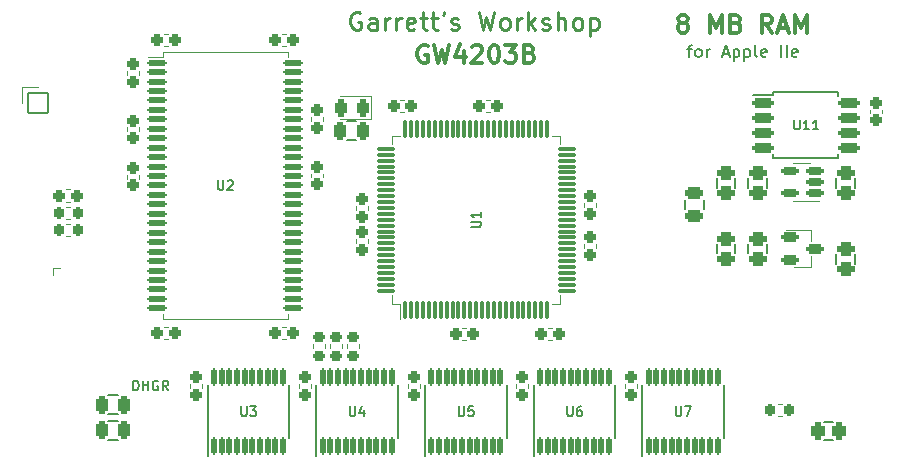
<source format=gto>
G04 #@! TF.GenerationSoftware,KiCad,Pcbnew,7.0.1-0*
G04 #@! TF.CreationDate,2023-09-21T07:21:14-04:00*
G04 #@! TF.ProjectId,RAM2E,52414d32-452e-46b6-9963-61645f706362,2.0*
G04 #@! TF.SameCoordinates,Original*
G04 #@! TF.FileFunction,Legend,Top*
G04 #@! TF.FilePolarity,Positive*
%FSLAX46Y46*%
G04 Gerber Fmt 4.6, Leading zero omitted, Abs format (unit mm)*
G04 Created by KiCad (PCBNEW 7.0.1-0) date 2023-09-21 07:21:14*
%MOMM*%
%LPD*%
G01*
G04 APERTURE LIST*
G04 Aperture macros list*
%AMRoundRect*
0 Rectangle with rounded corners*
0 $1 Rounding radius*
0 $2 $3 $4 $5 $6 $7 $8 $9 X,Y pos of 4 corners*
0 Add a 4 corners polygon primitive as box body*
4,1,4,$2,$3,$4,$5,$6,$7,$8,$9,$2,$3,0*
0 Add four circle primitives for the rounded corners*
1,1,$1+$1,$2,$3*
1,1,$1+$1,$4,$5*
1,1,$1+$1,$6,$7*
1,1,$1+$1,$8,$9*
0 Add four rect primitives between the rounded corners*
20,1,$1+$1,$2,$3,$4,$5,0*
20,1,$1+$1,$4,$5,$6,$7,0*
20,1,$1+$1,$6,$7,$8,$9,0*
20,1,$1+$1,$8,$9,$2,$3,0*%
G04 Aperture macros list end*
%ADD10C,0.300000*%
%ADD11C,0.203200*%
%ADD12C,0.225000*%
%ADD13C,0.150000*%
%ADD14C,0.120000*%
%ADD15C,0.152400*%
%ADD16C,0.000000*%
%ADD17C,0.076200*%
%ADD18C,2.000000*%
%ADD19RoundRect,0.136500X0.112500X-0.612500X0.112500X0.612500X-0.112500X0.612500X-0.112500X-0.612500X0*%
%ADD20RoundRect,0.262500X-0.262500X0.212500X-0.262500X-0.212500X0.262500X-0.212500X0.262500X0.212500X0*%
%ADD21RoundRect,0.431000X0.381000X3.289000X-0.381000X3.289000X-0.381000X-3.289000X0.381000X-3.289000X0*%
%ADD22RoundRect,0.262500X0.262500X-0.212500X0.262500X0.212500X-0.262500X0.212500X-0.262500X-0.212500X0*%
%ADD23RoundRect,0.164500X-0.640500X-0.114500X0.640500X-0.114500X0.640500X0.114500X-0.640500X0.114500X0*%
%ADD24C,2.100000*%
%ADD25RoundRect,0.312500X0.262500X0.437500X-0.262500X0.437500X-0.262500X-0.437500X0.262500X-0.437500X0*%
%ADD26RoundRect,0.312500X-0.437500X0.262500X-0.437500X-0.262500X0.437500X-0.262500X0.437500X0.262500X0*%
%ADD27RoundRect,0.262500X-0.212500X-0.262500X0.212500X-0.262500X0.212500X0.262500X-0.212500X0.262500X0*%
%ADD28C,2.474900*%
%ADD29C,1.090600*%
%ADD30C,0.887400*%
%ADD31RoundRect,0.262500X-0.212500X-0.487500X0.212500X-0.487500X0.212500X0.487500X-0.212500X0.487500X0*%
%ADD32C,1.448000*%
%ADD33RoundRect,0.312500X0.437500X-0.262500X0.437500X0.262500X-0.437500X0.262500X-0.437500X-0.262500X0*%
%ADD34RoundRect,0.250000X-0.475000X-0.200000X0.475000X-0.200000X0.475000X0.200000X-0.475000X0.200000X0*%
%ADD35RoundRect,0.212500X0.512500X0.162500X-0.512500X0.162500X-0.512500X-0.162500X0.512500X-0.162500X0*%
%ADD36RoundRect,0.262500X0.487500X-0.212500X0.487500X0.212500X-0.487500X0.212500X-0.487500X-0.212500X0*%
%ADD37RoundRect,0.225000X-0.300000X0.175000X-0.300000X-0.175000X0.300000X-0.175000X0.300000X0.175000X0*%
%ADD38RoundRect,0.050000X-0.850000X-0.850000X0.850000X-0.850000X0.850000X0.850000X-0.850000X0.850000X0*%
%ADD39O,1.800000X1.800000*%
%ADD40RoundRect,0.225000X-0.175000X-0.300000X0.175000X-0.300000X0.175000X0.300000X-0.175000X0.300000X0*%
%ADD41RoundRect,0.099000X0.075000X-0.662500X0.075000X0.662500X-0.075000X0.662500X-0.075000X-0.662500X0*%
%ADD42RoundRect,0.099000X0.662500X-0.075000X0.662500X0.075000X-0.662500X0.075000X-0.662500X-0.075000X0*%
%ADD43RoundRect,0.262500X0.212500X0.262500X-0.212500X0.262500X-0.212500X-0.262500X0.212500X-0.262500X0*%
%ADD44RoundRect,0.293750X0.243750X0.456250X-0.243750X0.456250X-0.243750X-0.456250X0.243750X-0.456250X0*%
%ADD45RoundRect,0.225000X0.175000X0.300000X-0.175000X0.300000X-0.175000X-0.300000X0.175000X-0.300000X0*%
%ADD46RoundRect,0.225000X-0.675000X-0.175000X0.675000X-0.175000X0.675000X0.175000X-0.675000X0.175000X0*%
G04 APERTURE END LIST*
D10*
X238998000Y-94054928D02*
X238998000Y-95054928D01*
X238640857Y-93483500D02*
X238283714Y-94554928D01*
X238283714Y-94554928D02*
X239212285Y-94554928D01*
X239712285Y-93697785D02*
X239783713Y-93626357D01*
X239783713Y-93626357D02*
X239926571Y-93554928D01*
X239926571Y-93554928D02*
X240283713Y-93554928D01*
X240283713Y-93554928D02*
X240426571Y-93626357D01*
X240426571Y-93626357D02*
X240497999Y-93697785D01*
X240497999Y-93697785D02*
X240569428Y-93840642D01*
X240569428Y-93840642D02*
X240569428Y-93983500D01*
X240569428Y-93983500D02*
X240497999Y-94197785D01*
X240497999Y-94197785D02*
X239640856Y-95054928D01*
X239640856Y-95054928D02*
X240569428Y-95054928D01*
X241497999Y-93554928D02*
X241640856Y-93554928D01*
X241640856Y-93554928D02*
X241783713Y-93626357D01*
X241783713Y-93626357D02*
X241855142Y-93697785D01*
X241855142Y-93697785D02*
X241926570Y-93840642D01*
X241926570Y-93840642D02*
X241997999Y-94126357D01*
X241997999Y-94126357D02*
X241997999Y-94483500D01*
X241997999Y-94483500D02*
X241926570Y-94769214D01*
X241926570Y-94769214D02*
X241855142Y-94912071D01*
X241855142Y-94912071D02*
X241783713Y-94983500D01*
X241783713Y-94983500D02*
X241640856Y-95054928D01*
X241640856Y-95054928D02*
X241497999Y-95054928D01*
X241497999Y-95054928D02*
X241355142Y-94983500D01*
X241355142Y-94983500D02*
X241283713Y-94912071D01*
X241283713Y-94912071D02*
X241212284Y-94769214D01*
X241212284Y-94769214D02*
X241140856Y-94483500D01*
X241140856Y-94483500D02*
X241140856Y-94126357D01*
X241140856Y-94126357D02*
X241212284Y-93840642D01*
X241212284Y-93840642D02*
X241283713Y-93697785D01*
X241283713Y-93697785D02*
X241355142Y-93626357D01*
X241355142Y-93626357D02*
X241497999Y-93554928D01*
X242497998Y-93554928D02*
X243426570Y-93554928D01*
X243426570Y-93554928D02*
X242926570Y-94126357D01*
X242926570Y-94126357D02*
X243140855Y-94126357D01*
X243140855Y-94126357D02*
X243283713Y-94197785D01*
X243283713Y-94197785D02*
X243355141Y-94269214D01*
X243355141Y-94269214D02*
X243426570Y-94412071D01*
X243426570Y-94412071D02*
X243426570Y-94769214D01*
X243426570Y-94769214D02*
X243355141Y-94912071D01*
X243355141Y-94912071D02*
X243283713Y-94983500D01*
X243283713Y-94983500D02*
X243140855Y-95054928D01*
X243140855Y-95054928D02*
X242712284Y-95054928D01*
X242712284Y-95054928D02*
X242569427Y-94983500D01*
X242569427Y-94983500D02*
X242497998Y-94912071D01*
X244569426Y-94269214D02*
X244783712Y-94340642D01*
X244783712Y-94340642D02*
X244855141Y-94412071D01*
X244855141Y-94412071D02*
X244926569Y-94554928D01*
X244926569Y-94554928D02*
X244926569Y-94769214D01*
X244926569Y-94769214D02*
X244855141Y-94912071D01*
X244855141Y-94912071D02*
X244783712Y-94983500D01*
X244783712Y-94983500D02*
X244640855Y-95054928D01*
X244640855Y-95054928D02*
X244069426Y-95054928D01*
X244069426Y-95054928D02*
X244069426Y-93554928D01*
X244069426Y-93554928D02*
X244569426Y-93554928D01*
X244569426Y-93554928D02*
X244712284Y-93626357D01*
X244712284Y-93626357D02*
X244783712Y-93697785D01*
X244783712Y-93697785D02*
X244855141Y-93840642D01*
X244855141Y-93840642D02*
X244855141Y-93983500D01*
X244855141Y-93983500D02*
X244783712Y-94126357D01*
X244783712Y-94126357D02*
X244712284Y-94197785D01*
X244712284Y-94197785D02*
X244569426Y-94269214D01*
X244569426Y-94269214D02*
X244069426Y-94269214D01*
X235926571Y-93626357D02*
X235783714Y-93554928D01*
X235783714Y-93554928D02*
X235569428Y-93554928D01*
X235569428Y-93554928D02*
X235355142Y-93626357D01*
X235355142Y-93626357D02*
X235212285Y-93769214D01*
X235212285Y-93769214D02*
X235140856Y-93912071D01*
X235140856Y-93912071D02*
X235069428Y-94197785D01*
X235069428Y-94197785D02*
X235069428Y-94412071D01*
X235069428Y-94412071D02*
X235140856Y-94697785D01*
X235140856Y-94697785D02*
X235212285Y-94840642D01*
X235212285Y-94840642D02*
X235355142Y-94983500D01*
X235355142Y-94983500D02*
X235569428Y-95054928D01*
X235569428Y-95054928D02*
X235712285Y-95054928D01*
X235712285Y-95054928D02*
X235926571Y-94983500D01*
X235926571Y-94983500D02*
X235997999Y-94912071D01*
X235997999Y-94912071D02*
X235997999Y-94412071D01*
X235997999Y-94412071D02*
X235712285Y-94412071D01*
X236497999Y-93554928D02*
X236855142Y-95054928D01*
X236855142Y-95054928D02*
X237140856Y-93983500D01*
X237140856Y-93983500D02*
X237426571Y-95054928D01*
X237426571Y-95054928D02*
X237783714Y-93554928D01*
X257410857Y-91655174D02*
X257265714Y-91582602D01*
X257265714Y-91582602D02*
X257193143Y-91510031D01*
X257193143Y-91510031D02*
X257120571Y-91364888D01*
X257120571Y-91364888D02*
X257120571Y-91292317D01*
X257120571Y-91292317D02*
X257193143Y-91147174D01*
X257193143Y-91147174D02*
X257265714Y-91074602D01*
X257265714Y-91074602D02*
X257410857Y-91002031D01*
X257410857Y-91002031D02*
X257701143Y-91002031D01*
X257701143Y-91002031D02*
X257846286Y-91074602D01*
X257846286Y-91074602D02*
X257918857Y-91147174D01*
X257918857Y-91147174D02*
X257991428Y-91292317D01*
X257991428Y-91292317D02*
X257991428Y-91364888D01*
X257991428Y-91364888D02*
X257918857Y-91510031D01*
X257918857Y-91510031D02*
X257846286Y-91582602D01*
X257846286Y-91582602D02*
X257701143Y-91655174D01*
X257701143Y-91655174D02*
X257410857Y-91655174D01*
X257410857Y-91655174D02*
X257265714Y-91727745D01*
X257265714Y-91727745D02*
X257193143Y-91800317D01*
X257193143Y-91800317D02*
X257120571Y-91945460D01*
X257120571Y-91945460D02*
X257120571Y-92235745D01*
X257120571Y-92235745D02*
X257193143Y-92380888D01*
X257193143Y-92380888D02*
X257265714Y-92453460D01*
X257265714Y-92453460D02*
X257410857Y-92526031D01*
X257410857Y-92526031D02*
X257701143Y-92526031D01*
X257701143Y-92526031D02*
X257846286Y-92453460D01*
X257846286Y-92453460D02*
X257918857Y-92380888D01*
X257918857Y-92380888D02*
X257991428Y-92235745D01*
X257991428Y-92235745D02*
X257991428Y-91945460D01*
X257991428Y-91945460D02*
X257918857Y-91800317D01*
X257918857Y-91800317D02*
X257846286Y-91727745D01*
X257846286Y-91727745D02*
X257701143Y-91655174D01*
X259805715Y-92526031D02*
X259805715Y-91002031D01*
X259805715Y-91002031D02*
X260313715Y-92090602D01*
X260313715Y-92090602D02*
X260821715Y-91002031D01*
X260821715Y-91002031D02*
X260821715Y-92526031D01*
X262055429Y-91727745D02*
X262273143Y-91800317D01*
X262273143Y-91800317D02*
X262345714Y-91872888D01*
X262345714Y-91872888D02*
X262418286Y-92018031D01*
X262418286Y-92018031D02*
X262418286Y-92235745D01*
X262418286Y-92235745D02*
X262345714Y-92380888D01*
X262345714Y-92380888D02*
X262273143Y-92453460D01*
X262273143Y-92453460D02*
X262128000Y-92526031D01*
X262128000Y-92526031D02*
X261547429Y-92526031D01*
X261547429Y-92526031D02*
X261547429Y-91002031D01*
X261547429Y-91002031D02*
X262055429Y-91002031D01*
X262055429Y-91002031D02*
X262200572Y-91074602D01*
X262200572Y-91074602D02*
X262273143Y-91147174D01*
X262273143Y-91147174D02*
X262345714Y-91292317D01*
X262345714Y-91292317D02*
X262345714Y-91437460D01*
X262345714Y-91437460D02*
X262273143Y-91582602D01*
X262273143Y-91582602D02*
X262200572Y-91655174D01*
X262200572Y-91655174D02*
X262055429Y-91727745D01*
X262055429Y-91727745D02*
X261547429Y-91727745D01*
X265103429Y-92526031D02*
X264595429Y-91800317D01*
X264232572Y-92526031D02*
X264232572Y-91002031D01*
X264232572Y-91002031D02*
X264813143Y-91002031D01*
X264813143Y-91002031D02*
X264958286Y-91074602D01*
X264958286Y-91074602D02*
X265030857Y-91147174D01*
X265030857Y-91147174D02*
X265103429Y-91292317D01*
X265103429Y-91292317D02*
X265103429Y-91510031D01*
X265103429Y-91510031D02*
X265030857Y-91655174D01*
X265030857Y-91655174D02*
X264958286Y-91727745D01*
X264958286Y-91727745D02*
X264813143Y-91800317D01*
X264813143Y-91800317D02*
X264232572Y-91800317D01*
X265684000Y-92090602D02*
X266409715Y-92090602D01*
X265538857Y-92526031D02*
X266046857Y-91002031D01*
X266046857Y-91002031D02*
X266554857Y-92526031D01*
X267062858Y-92526031D02*
X267062858Y-91002031D01*
X267062858Y-91002031D02*
X267570858Y-92090602D01*
X267570858Y-92090602D02*
X268078858Y-91002031D01*
X268078858Y-91002031D02*
X268078858Y-92526031D01*
D11*
X211019571Y-122804016D02*
X211019571Y-121991216D01*
X211019571Y-121991216D02*
X211213095Y-121991216D01*
X211213095Y-121991216D02*
X211329209Y-122029921D01*
X211329209Y-122029921D02*
X211406619Y-122107331D01*
X211406619Y-122107331D02*
X211445324Y-122184740D01*
X211445324Y-122184740D02*
X211484028Y-122339559D01*
X211484028Y-122339559D02*
X211484028Y-122455673D01*
X211484028Y-122455673D02*
X211445324Y-122610492D01*
X211445324Y-122610492D02*
X211406619Y-122687902D01*
X211406619Y-122687902D02*
X211329209Y-122765312D01*
X211329209Y-122765312D02*
X211213095Y-122804016D01*
X211213095Y-122804016D02*
X211019571Y-122804016D01*
X211832371Y-122804016D02*
X211832371Y-121991216D01*
X211832371Y-122378264D02*
X212296828Y-122378264D01*
X212296828Y-122804016D02*
X212296828Y-121991216D01*
X213109629Y-122029921D02*
X213032219Y-121991216D01*
X213032219Y-121991216D02*
X212916105Y-121991216D01*
X212916105Y-121991216D02*
X212799991Y-122029921D01*
X212799991Y-122029921D02*
X212722581Y-122107331D01*
X212722581Y-122107331D02*
X212683876Y-122184740D01*
X212683876Y-122184740D02*
X212645172Y-122339559D01*
X212645172Y-122339559D02*
X212645172Y-122455673D01*
X212645172Y-122455673D02*
X212683876Y-122610492D01*
X212683876Y-122610492D02*
X212722581Y-122687902D01*
X212722581Y-122687902D02*
X212799991Y-122765312D01*
X212799991Y-122765312D02*
X212916105Y-122804016D01*
X212916105Y-122804016D02*
X212993514Y-122804016D01*
X212993514Y-122804016D02*
X213109629Y-122765312D01*
X213109629Y-122765312D02*
X213148333Y-122726607D01*
X213148333Y-122726607D02*
X213148333Y-122455673D01*
X213148333Y-122455673D02*
X212993514Y-122455673D01*
X213961133Y-122804016D02*
X213690200Y-122416969D01*
X213496676Y-122804016D02*
X213496676Y-121991216D01*
X213496676Y-121991216D02*
X213806314Y-121991216D01*
X213806314Y-121991216D02*
X213883724Y-122029921D01*
X213883724Y-122029921D02*
X213922429Y-122068626D01*
X213922429Y-122068626D02*
X213961133Y-122146035D01*
X213961133Y-122146035D02*
X213961133Y-122262150D01*
X213961133Y-122262150D02*
X213922429Y-122339559D01*
X213922429Y-122339559D02*
X213883724Y-122378264D01*
X213883724Y-122378264D02*
X213806314Y-122416969D01*
X213806314Y-122416969D02*
X213496676Y-122416969D01*
D12*
X230251000Y-90820602D02*
X230105858Y-90748031D01*
X230105858Y-90748031D02*
X229888143Y-90748031D01*
X229888143Y-90748031D02*
X229670429Y-90820602D01*
X229670429Y-90820602D02*
X229525286Y-90965745D01*
X229525286Y-90965745D02*
X229452715Y-91110888D01*
X229452715Y-91110888D02*
X229380143Y-91401174D01*
X229380143Y-91401174D02*
X229380143Y-91618888D01*
X229380143Y-91618888D02*
X229452715Y-91909174D01*
X229452715Y-91909174D02*
X229525286Y-92054317D01*
X229525286Y-92054317D02*
X229670429Y-92199460D01*
X229670429Y-92199460D02*
X229888143Y-92272031D01*
X229888143Y-92272031D02*
X230033286Y-92272031D01*
X230033286Y-92272031D02*
X230251000Y-92199460D01*
X230251000Y-92199460D02*
X230323572Y-92126888D01*
X230323572Y-92126888D02*
X230323572Y-91618888D01*
X230323572Y-91618888D02*
X230033286Y-91618888D01*
X231629858Y-92272031D02*
X231629858Y-91473745D01*
X231629858Y-91473745D02*
X231557286Y-91328602D01*
X231557286Y-91328602D02*
X231412143Y-91256031D01*
X231412143Y-91256031D02*
X231121858Y-91256031D01*
X231121858Y-91256031D02*
X230976715Y-91328602D01*
X231629858Y-92199460D02*
X231484715Y-92272031D01*
X231484715Y-92272031D02*
X231121858Y-92272031D01*
X231121858Y-92272031D02*
X230976715Y-92199460D01*
X230976715Y-92199460D02*
X230904143Y-92054317D01*
X230904143Y-92054317D02*
X230904143Y-91909174D01*
X230904143Y-91909174D02*
X230976715Y-91764031D01*
X230976715Y-91764031D02*
X231121858Y-91691460D01*
X231121858Y-91691460D02*
X231484715Y-91691460D01*
X231484715Y-91691460D02*
X231629858Y-91618888D01*
X232355572Y-92272031D02*
X232355572Y-91256031D01*
X232355572Y-91546317D02*
X232428143Y-91401174D01*
X232428143Y-91401174D02*
X232500715Y-91328602D01*
X232500715Y-91328602D02*
X232645857Y-91256031D01*
X232645857Y-91256031D02*
X232791000Y-91256031D01*
X233299001Y-92272031D02*
X233299001Y-91256031D01*
X233299001Y-91546317D02*
X233371572Y-91401174D01*
X233371572Y-91401174D02*
X233444144Y-91328602D01*
X233444144Y-91328602D02*
X233589286Y-91256031D01*
X233589286Y-91256031D02*
X233734429Y-91256031D01*
X234823001Y-92199460D02*
X234677858Y-92272031D01*
X234677858Y-92272031D02*
X234387573Y-92272031D01*
X234387573Y-92272031D02*
X234242430Y-92199460D01*
X234242430Y-92199460D02*
X234169858Y-92054317D01*
X234169858Y-92054317D02*
X234169858Y-91473745D01*
X234169858Y-91473745D02*
X234242430Y-91328602D01*
X234242430Y-91328602D02*
X234387573Y-91256031D01*
X234387573Y-91256031D02*
X234677858Y-91256031D01*
X234677858Y-91256031D02*
X234823001Y-91328602D01*
X234823001Y-91328602D02*
X234895573Y-91473745D01*
X234895573Y-91473745D02*
X234895573Y-91618888D01*
X234895573Y-91618888D02*
X234169858Y-91764031D01*
X235331001Y-91256031D02*
X235911573Y-91256031D01*
X235548716Y-90748031D02*
X235548716Y-92054317D01*
X235548716Y-92054317D02*
X235621287Y-92199460D01*
X235621287Y-92199460D02*
X235766430Y-92272031D01*
X235766430Y-92272031D02*
X235911573Y-92272031D01*
X236201858Y-91256031D02*
X236782430Y-91256031D01*
X236419573Y-90748031D02*
X236419573Y-92054317D01*
X236419573Y-92054317D02*
X236492144Y-92199460D01*
X236492144Y-92199460D02*
X236637287Y-92272031D01*
X236637287Y-92272031D02*
X236782430Y-92272031D01*
X237363001Y-90748031D02*
X237363001Y-90820602D01*
X237363001Y-90820602D02*
X237290430Y-90965745D01*
X237290430Y-90965745D02*
X237217858Y-91038317D01*
X237943572Y-92199460D02*
X238088715Y-92272031D01*
X238088715Y-92272031D02*
X238379001Y-92272031D01*
X238379001Y-92272031D02*
X238524144Y-92199460D01*
X238524144Y-92199460D02*
X238596715Y-92054317D01*
X238596715Y-92054317D02*
X238596715Y-91981745D01*
X238596715Y-91981745D02*
X238524144Y-91836602D01*
X238524144Y-91836602D02*
X238379001Y-91764031D01*
X238379001Y-91764031D02*
X238161287Y-91764031D01*
X238161287Y-91764031D02*
X238016144Y-91691460D01*
X238016144Y-91691460D02*
X237943572Y-91546317D01*
X237943572Y-91546317D02*
X237943572Y-91473745D01*
X237943572Y-91473745D02*
X238016144Y-91328602D01*
X238016144Y-91328602D02*
X238161287Y-91256031D01*
X238161287Y-91256031D02*
X238379001Y-91256031D01*
X238379001Y-91256031D02*
X238524144Y-91328602D01*
X240265858Y-90748031D02*
X240628715Y-92272031D01*
X240628715Y-92272031D02*
X240919001Y-91183460D01*
X240919001Y-91183460D02*
X241209286Y-92272031D01*
X241209286Y-92272031D02*
X241572144Y-90748031D01*
X242370429Y-92272031D02*
X242225286Y-92199460D01*
X242225286Y-92199460D02*
X242152715Y-92126888D01*
X242152715Y-92126888D02*
X242080143Y-91981745D01*
X242080143Y-91981745D02*
X242080143Y-91546317D01*
X242080143Y-91546317D02*
X242152715Y-91401174D01*
X242152715Y-91401174D02*
X242225286Y-91328602D01*
X242225286Y-91328602D02*
X242370429Y-91256031D01*
X242370429Y-91256031D02*
X242588143Y-91256031D01*
X242588143Y-91256031D02*
X242733286Y-91328602D01*
X242733286Y-91328602D02*
X242805858Y-91401174D01*
X242805858Y-91401174D02*
X242878429Y-91546317D01*
X242878429Y-91546317D02*
X242878429Y-91981745D01*
X242878429Y-91981745D02*
X242805858Y-92126888D01*
X242805858Y-92126888D02*
X242733286Y-92199460D01*
X242733286Y-92199460D02*
X242588143Y-92272031D01*
X242588143Y-92272031D02*
X242370429Y-92272031D01*
X243531572Y-92272031D02*
X243531572Y-91256031D01*
X243531572Y-91546317D02*
X243604143Y-91401174D01*
X243604143Y-91401174D02*
X243676715Y-91328602D01*
X243676715Y-91328602D02*
X243821857Y-91256031D01*
X243821857Y-91256031D02*
X243967000Y-91256031D01*
X244475001Y-92272031D02*
X244475001Y-90748031D01*
X244620144Y-91691460D02*
X245055572Y-92272031D01*
X245055572Y-91256031D02*
X244475001Y-91836602D01*
X245636143Y-92199460D02*
X245781286Y-92272031D01*
X245781286Y-92272031D02*
X246071572Y-92272031D01*
X246071572Y-92272031D02*
X246216715Y-92199460D01*
X246216715Y-92199460D02*
X246289286Y-92054317D01*
X246289286Y-92054317D02*
X246289286Y-91981745D01*
X246289286Y-91981745D02*
X246216715Y-91836602D01*
X246216715Y-91836602D02*
X246071572Y-91764031D01*
X246071572Y-91764031D02*
X245853858Y-91764031D01*
X245853858Y-91764031D02*
X245708715Y-91691460D01*
X245708715Y-91691460D02*
X245636143Y-91546317D01*
X245636143Y-91546317D02*
X245636143Y-91473745D01*
X245636143Y-91473745D02*
X245708715Y-91328602D01*
X245708715Y-91328602D02*
X245853858Y-91256031D01*
X245853858Y-91256031D02*
X246071572Y-91256031D01*
X246071572Y-91256031D02*
X246216715Y-91328602D01*
X246942429Y-92272031D02*
X246942429Y-90748031D01*
X247595572Y-92272031D02*
X247595572Y-91473745D01*
X247595572Y-91473745D02*
X247523000Y-91328602D01*
X247523000Y-91328602D02*
X247377857Y-91256031D01*
X247377857Y-91256031D02*
X247160143Y-91256031D01*
X247160143Y-91256031D02*
X247015000Y-91328602D01*
X247015000Y-91328602D02*
X246942429Y-91401174D01*
X248539000Y-92272031D02*
X248393857Y-92199460D01*
X248393857Y-92199460D02*
X248321286Y-92126888D01*
X248321286Y-92126888D02*
X248248714Y-91981745D01*
X248248714Y-91981745D02*
X248248714Y-91546317D01*
X248248714Y-91546317D02*
X248321286Y-91401174D01*
X248321286Y-91401174D02*
X248393857Y-91328602D01*
X248393857Y-91328602D02*
X248539000Y-91256031D01*
X248539000Y-91256031D02*
X248756714Y-91256031D01*
X248756714Y-91256031D02*
X248901857Y-91328602D01*
X248901857Y-91328602D02*
X248974429Y-91401174D01*
X248974429Y-91401174D02*
X249047000Y-91546317D01*
X249047000Y-91546317D02*
X249047000Y-91981745D01*
X249047000Y-91981745D02*
X248974429Y-92126888D01*
X248974429Y-92126888D02*
X248901857Y-92199460D01*
X248901857Y-92199460D02*
X248756714Y-92272031D01*
X248756714Y-92272031D02*
X248539000Y-92272031D01*
X249700143Y-91256031D02*
X249700143Y-92780031D01*
X249700143Y-91328602D02*
X249845286Y-91256031D01*
X249845286Y-91256031D02*
X250135571Y-91256031D01*
X250135571Y-91256031D02*
X250280714Y-91328602D01*
X250280714Y-91328602D02*
X250353286Y-91401174D01*
X250353286Y-91401174D02*
X250425857Y-91546317D01*
X250425857Y-91546317D02*
X250425857Y-91981745D01*
X250425857Y-91981745D02*
X250353286Y-92126888D01*
X250353286Y-92126888D02*
X250280714Y-92199460D01*
X250280714Y-92199460D02*
X250135571Y-92272031D01*
X250135571Y-92272031D02*
X249845286Y-92272031D01*
X249845286Y-92272031D02*
X249700143Y-92199460D01*
D11*
X257918857Y-93899687D02*
X258305905Y-93899687D01*
X258064000Y-94577020D02*
X258064000Y-93706163D01*
X258064000Y-93706163D02*
X258112381Y-93609401D01*
X258112381Y-93609401D02*
X258209143Y-93561020D01*
X258209143Y-93561020D02*
X258305905Y-93561020D01*
X258789714Y-94577020D02*
X258692952Y-94528640D01*
X258692952Y-94528640D02*
X258644571Y-94480259D01*
X258644571Y-94480259D02*
X258596190Y-94383497D01*
X258596190Y-94383497D02*
X258596190Y-94093211D01*
X258596190Y-94093211D02*
X258644571Y-93996449D01*
X258644571Y-93996449D02*
X258692952Y-93948068D01*
X258692952Y-93948068D02*
X258789714Y-93899687D01*
X258789714Y-93899687D02*
X258934857Y-93899687D01*
X258934857Y-93899687D02*
X259031619Y-93948068D01*
X259031619Y-93948068D02*
X259080000Y-93996449D01*
X259080000Y-93996449D02*
X259128381Y-94093211D01*
X259128381Y-94093211D02*
X259128381Y-94383497D01*
X259128381Y-94383497D02*
X259080000Y-94480259D01*
X259080000Y-94480259D02*
X259031619Y-94528640D01*
X259031619Y-94528640D02*
X258934857Y-94577020D01*
X258934857Y-94577020D02*
X258789714Y-94577020D01*
X259563809Y-94577020D02*
X259563809Y-93899687D01*
X259563809Y-94093211D02*
X259612190Y-93996449D01*
X259612190Y-93996449D02*
X259660571Y-93948068D01*
X259660571Y-93948068D02*
X259757333Y-93899687D01*
X259757333Y-93899687D02*
X259854095Y-93899687D01*
X260918475Y-94286735D02*
X261402285Y-94286735D01*
X260821713Y-94577020D02*
X261160380Y-93561020D01*
X261160380Y-93561020D02*
X261499047Y-94577020D01*
X261837713Y-93899687D02*
X261837713Y-94915687D01*
X261837713Y-93948068D02*
X261934475Y-93899687D01*
X261934475Y-93899687D02*
X262127999Y-93899687D01*
X262127999Y-93899687D02*
X262224761Y-93948068D01*
X262224761Y-93948068D02*
X262273142Y-93996449D01*
X262273142Y-93996449D02*
X262321523Y-94093211D01*
X262321523Y-94093211D02*
X262321523Y-94383497D01*
X262321523Y-94383497D02*
X262273142Y-94480259D01*
X262273142Y-94480259D02*
X262224761Y-94528640D01*
X262224761Y-94528640D02*
X262127999Y-94577020D01*
X262127999Y-94577020D02*
X261934475Y-94577020D01*
X261934475Y-94577020D02*
X261837713Y-94528640D01*
X262756951Y-93899687D02*
X262756951Y-94915687D01*
X262756951Y-93948068D02*
X262853713Y-93899687D01*
X262853713Y-93899687D02*
X263047237Y-93899687D01*
X263047237Y-93899687D02*
X263143999Y-93948068D01*
X263143999Y-93948068D02*
X263192380Y-93996449D01*
X263192380Y-93996449D02*
X263240761Y-94093211D01*
X263240761Y-94093211D02*
X263240761Y-94383497D01*
X263240761Y-94383497D02*
X263192380Y-94480259D01*
X263192380Y-94480259D02*
X263143999Y-94528640D01*
X263143999Y-94528640D02*
X263047237Y-94577020D01*
X263047237Y-94577020D02*
X262853713Y-94577020D01*
X262853713Y-94577020D02*
X262756951Y-94528640D01*
X263821332Y-94577020D02*
X263724570Y-94528640D01*
X263724570Y-94528640D02*
X263676189Y-94431878D01*
X263676189Y-94431878D02*
X263676189Y-93561020D01*
X264595427Y-94528640D02*
X264498665Y-94577020D01*
X264498665Y-94577020D02*
X264305141Y-94577020D01*
X264305141Y-94577020D02*
X264208379Y-94528640D01*
X264208379Y-94528640D02*
X264159998Y-94431878D01*
X264159998Y-94431878D02*
X264159998Y-94044830D01*
X264159998Y-94044830D02*
X264208379Y-93948068D01*
X264208379Y-93948068D02*
X264305141Y-93899687D01*
X264305141Y-93899687D02*
X264498665Y-93899687D01*
X264498665Y-93899687D02*
X264595427Y-93948068D01*
X264595427Y-93948068D02*
X264643808Y-94044830D01*
X264643808Y-94044830D02*
X264643808Y-94141592D01*
X264643808Y-94141592D02*
X264159998Y-94238354D01*
X265853331Y-94577020D02*
X265853331Y-93561020D01*
X266337141Y-94577020D02*
X266337141Y-93561020D01*
X267207999Y-94528640D02*
X267111237Y-94577020D01*
X267111237Y-94577020D02*
X266917713Y-94577020D01*
X266917713Y-94577020D02*
X266820951Y-94528640D01*
X266820951Y-94528640D02*
X266772570Y-94431878D01*
X266772570Y-94431878D02*
X266772570Y-94044830D01*
X266772570Y-94044830D02*
X266820951Y-93948068D01*
X266820951Y-93948068D02*
X266917713Y-93899687D01*
X266917713Y-93899687D02*
X267111237Y-93899687D01*
X267111237Y-93899687D02*
X267207999Y-93948068D01*
X267207999Y-93948068D02*
X267256380Y-94044830D01*
X267256380Y-94044830D02*
X267256380Y-94141592D01*
X267256380Y-94141592D02*
X266772570Y-94238354D01*
X238555723Y-124163216D02*
X238555723Y-124821197D01*
X238555723Y-124821197D02*
X238594428Y-124898607D01*
X238594428Y-124898607D02*
X238633133Y-124937312D01*
X238633133Y-124937312D02*
X238710542Y-124976016D01*
X238710542Y-124976016D02*
X238865361Y-124976016D01*
X238865361Y-124976016D02*
X238942771Y-124937312D01*
X238942771Y-124937312D02*
X238981476Y-124898607D01*
X238981476Y-124898607D02*
X239020180Y-124821197D01*
X239020180Y-124821197D02*
X239020180Y-124163216D01*
X239794276Y-124163216D02*
X239407228Y-124163216D01*
X239407228Y-124163216D02*
X239368524Y-124550264D01*
X239368524Y-124550264D02*
X239407228Y-124511559D01*
X239407228Y-124511559D02*
X239484638Y-124472854D01*
X239484638Y-124472854D02*
X239678162Y-124472854D01*
X239678162Y-124472854D02*
X239755571Y-124511559D01*
X239755571Y-124511559D02*
X239794276Y-124550264D01*
X239794276Y-124550264D02*
X239832981Y-124627673D01*
X239832981Y-124627673D02*
X239832981Y-124821197D01*
X239832981Y-124821197D02*
X239794276Y-124898607D01*
X239794276Y-124898607D02*
X239755571Y-124937312D01*
X239755571Y-124937312D02*
X239678162Y-124976016D01*
X239678162Y-124976016D02*
X239484638Y-124976016D01*
X239484638Y-124976016D02*
X239407228Y-124937312D01*
X239407228Y-124937312D02*
X239368524Y-124898607D01*
X256955723Y-124163216D02*
X256955723Y-124821197D01*
X256955723Y-124821197D02*
X256994428Y-124898607D01*
X256994428Y-124898607D02*
X257033133Y-124937312D01*
X257033133Y-124937312D02*
X257110542Y-124976016D01*
X257110542Y-124976016D02*
X257265361Y-124976016D01*
X257265361Y-124976016D02*
X257342771Y-124937312D01*
X257342771Y-124937312D02*
X257381476Y-124898607D01*
X257381476Y-124898607D02*
X257420180Y-124821197D01*
X257420180Y-124821197D02*
X257420180Y-124163216D01*
X257729819Y-124163216D02*
X258271685Y-124163216D01*
X258271685Y-124163216D02*
X257923343Y-124976016D01*
X220155723Y-124163216D02*
X220155723Y-124821197D01*
X220155723Y-124821197D02*
X220194428Y-124898607D01*
X220194428Y-124898607D02*
X220233133Y-124937312D01*
X220233133Y-124937312D02*
X220310542Y-124976016D01*
X220310542Y-124976016D02*
X220465361Y-124976016D01*
X220465361Y-124976016D02*
X220542771Y-124937312D01*
X220542771Y-124937312D02*
X220581476Y-124898607D01*
X220581476Y-124898607D02*
X220620180Y-124821197D01*
X220620180Y-124821197D02*
X220620180Y-124163216D01*
X220929819Y-124163216D02*
X221432981Y-124163216D01*
X221432981Y-124163216D02*
X221162047Y-124472854D01*
X221162047Y-124472854D02*
X221278162Y-124472854D01*
X221278162Y-124472854D02*
X221355571Y-124511559D01*
X221355571Y-124511559D02*
X221394276Y-124550264D01*
X221394276Y-124550264D02*
X221432981Y-124627673D01*
X221432981Y-124627673D02*
X221432981Y-124821197D01*
X221432981Y-124821197D02*
X221394276Y-124898607D01*
X221394276Y-124898607D02*
X221355571Y-124937312D01*
X221355571Y-124937312D02*
X221278162Y-124976016D01*
X221278162Y-124976016D02*
X221045933Y-124976016D01*
X221045933Y-124976016D02*
X220968524Y-124937312D01*
X220968524Y-124937312D02*
X220929819Y-124898607D01*
X247755723Y-124163216D02*
X247755723Y-124821197D01*
X247755723Y-124821197D02*
X247794428Y-124898607D01*
X247794428Y-124898607D02*
X247833133Y-124937312D01*
X247833133Y-124937312D02*
X247910542Y-124976016D01*
X247910542Y-124976016D02*
X248065361Y-124976016D01*
X248065361Y-124976016D02*
X248142771Y-124937312D01*
X248142771Y-124937312D02*
X248181476Y-124898607D01*
X248181476Y-124898607D02*
X248220180Y-124821197D01*
X248220180Y-124821197D02*
X248220180Y-124163216D01*
X248955571Y-124163216D02*
X248800752Y-124163216D01*
X248800752Y-124163216D02*
X248723343Y-124201921D01*
X248723343Y-124201921D02*
X248684638Y-124240626D01*
X248684638Y-124240626D02*
X248607228Y-124356740D01*
X248607228Y-124356740D02*
X248568524Y-124511559D01*
X248568524Y-124511559D02*
X248568524Y-124821197D01*
X248568524Y-124821197D02*
X248607228Y-124898607D01*
X248607228Y-124898607D02*
X248645933Y-124937312D01*
X248645933Y-124937312D02*
X248723343Y-124976016D01*
X248723343Y-124976016D02*
X248878162Y-124976016D01*
X248878162Y-124976016D02*
X248955571Y-124937312D01*
X248955571Y-124937312D02*
X248994276Y-124898607D01*
X248994276Y-124898607D02*
X249032981Y-124821197D01*
X249032981Y-124821197D02*
X249032981Y-124627673D01*
X249032981Y-124627673D02*
X248994276Y-124550264D01*
X248994276Y-124550264D02*
X248955571Y-124511559D01*
X248955571Y-124511559D02*
X248878162Y-124472854D01*
X248878162Y-124472854D02*
X248723343Y-124472854D01*
X248723343Y-124472854D02*
X248645933Y-124511559D01*
X248645933Y-124511559D02*
X248607228Y-124550264D01*
X248607228Y-124550264D02*
X248568524Y-124627673D01*
X229355723Y-124163216D02*
X229355723Y-124821197D01*
X229355723Y-124821197D02*
X229394428Y-124898607D01*
X229394428Y-124898607D02*
X229433133Y-124937312D01*
X229433133Y-124937312D02*
X229510542Y-124976016D01*
X229510542Y-124976016D02*
X229665361Y-124976016D01*
X229665361Y-124976016D02*
X229742771Y-124937312D01*
X229742771Y-124937312D02*
X229781476Y-124898607D01*
X229781476Y-124898607D02*
X229820180Y-124821197D01*
X229820180Y-124821197D02*
X229820180Y-124163216D01*
X230555571Y-124434150D02*
X230555571Y-124976016D01*
X230362047Y-124124512D02*
X230168524Y-124705083D01*
X230168524Y-124705083D02*
X230671685Y-124705083D01*
X218180723Y-105013216D02*
X218180723Y-105671197D01*
X218180723Y-105671197D02*
X218219428Y-105748607D01*
X218219428Y-105748607D02*
X218258133Y-105787312D01*
X218258133Y-105787312D02*
X218335542Y-105826016D01*
X218335542Y-105826016D02*
X218490361Y-105826016D01*
X218490361Y-105826016D02*
X218567771Y-105787312D01*
X218567771Y-105787312D02*
X218606476Y-105748607D01*
X218606476Y-105748607D02*
X218645180Y-105671197D01*
X218645180Y-105671197D02*
X218645180Y-105013216D01*
X218993524Y-105090626D02*
X219032228Y-105051921D01*
X219032228Y-105051921D02*
X219109638Y-105013216D01*
X219109638Y-105013216D02*
X219303162Y-105013216D01*
X219303162Y-105013216D02*
X219380571Y-105051921D01*
X219380571Y-105051921D02*
X219419276Y-105090626D01*
X219419276Y-105090626D02*
X219457981Y-105168035D01*
X219457981Y-105168035D02*
X219457981Y-105245445D01*
X219457981Y-105245445D02*
X219419276Y-105361559D01*
X219419276Y-105361559D02*
X218954819Y-105826016D01*
X218954819Y-105826016D02*
X219457981Y-105826016D01*
X239613216Y-108969276D02*
X240271197Y-108969276D01*
X240271197Y-108969276D02*
X240348607Y-108930571D01*
X240348607Y-108930571D02*
X240387312Y-108891866D01*
X240387312Y-108891866D02*
X240426016Y-108814457D01*
X240426016Y-108814457D02*
X240426016Y-108659638D01*
X240426016Y-108659638D02*
X240387312Y-108582228D01*
X240387312Y-108582228D02*
X240348607Y-108543523D01*
X240348607Y-108543523D02*
X240271197Y-108504819D01*
X240271197Y-108504819D02*
X239613216Y-108504819D01*
X240426016Y-107692018D02*
X240426016Y-108156475D01*
X240426016Y-107924247D02*
X239613216Y-107924247D01*
X239613216Y-107924247D02*
X239729331Y-108001656D01*
X239729331Y-108001656D02*
X239806740Y-108079066D01*
X239806740Y-108079066D02*
X239845445Y-108156475D01*
X266963676Y-99893216D02*
X266963676Y-100551197D01*
X266963676Y-100551197D02*
X267002381Y-100628607D01*
X267002381Y-100628607D02*
X267041086Y-100667312D01*
X267041086Y-100667312D02*
X267118495Y-100706016D01*
X267118495Y-100706016D02*
X267273314Y-100706016D01*
X267273314Y-100706016D02*
X267350724Y-100667312D01*
X267350724Y-100667312D02*
X267389429Y-100628607D01*
X267389429Y-100628607D02*
X267428133Y-100551197D01*
X267428133Y-100551197D02*
X267428133Y-99893216D01*
X268240934Y-100706016D02*
X267776477Y-100706016D01*
X268008705Y-100706016D02*
X268008705Y-99893216D01*
X268008705Y-99893216D02*
X267931296Y-100009331D01*
X267931296Y-100009331D02*
X267853886Y-100086740D01*
X267853886Y-100086740D02*
X267776477Y-100125445D01*
X269015029Y-100706016D02*
X268550572Y-100706016D01*
X268782800Y-100706016D02*
X268782800Y-99893216D01*
X268782800Y-99893216D02*
X268705391Y-100009331D01*
X268705391Y-100009331D02*
X268627981Y-100086740D01*
X268627981Y-100086740D02*
X268550572Y-100125445D01*
D13*
X235725000Y-128350000D02*
X235725000Y-122375000D01*
X242625000Y-126825000D02*
X242625000Y-122375000D01*
D14*
X235260000Y-122237221D02*
X235260000Y-122562779D01*
X234240000Y-122237221D02*
X234240000Y-122562779D01*
X253660000Y-122237221D02*
X253660000Y-122562779D01*
X252640000Y-122237221D02*
X252640000Y-122562779D01*
D13*
X254125000Y-128350000D02*
X254125000Y-122375000D01*
X261025000Y-126825000D02*
X261025000Y-122375000D01*
D14*
X244460000Y-122237221D02*
X244460000Y-122562779D01*
X243440000Y-122237221D02*
X243440000Y-122562779D01*
D13*
X217325000Y-128350000D02*
X217325000Y-122375000D01*
X224225000Y-126825000D02*
X224225000Y-122375000D01*
X244925000Y-128350000D02*
X244925000Y-122375000D01*
X251825000Y-126825000D02*
X251825000Y-122375000D01*
X226525000Y-128350000D02*
X226525000Y-122375000D01*
X233425000Y-126825000D02*
X233425000Y-122375000D01*
D14*
X226060000Y-122237221D02*
X226060000Y-122562779D01*
X225040000Y-122237221D02*
X225040000Y-122562779D01*
X227110000Y-104437221D02*
X227110000Y-104762779D01*
X226090000Y-104437221D02*
X226090000Y-104762779D01*
X210490000Y-100862779D02*
X210490000Y-100537221D01*
X211510000Y-100862779D02*
X211510000Y-100537221D01*
X210490000Y-96062779D02*
X210490000Y-95737221D01*
X211510000Y-96062779D02*
X211510000Y-95737221D01*
X210490000Y-104862779D02*
X210490000Y-104537221D01*
X211510000Y-104862779D02*
X211510000Y-104537221D01*
X227110000Y-99637221D02*
X227110000Y-99962779D01*
X226090000Y-99637221D02*
X226090000Y-99962779D01*
X212300000Y-94550000D02*
X213500000Y-94550000D01*
X213500000Y-94150000D02*
X224100000Y-94150000D01*
X213500000Y-94550000D02*
X213500000Y-94150000D01*
X213500000Y-116350000D02*
X213500000Y-116750000D01*
X213500000Y-116750000D02*
X224100000Y-116750000D01*
X224100000Y-94150000D02*
X224100000Y-94550000D01*
X224100000Y-116350000D02*
X224100000Y-116750000D01*
D15*
X270281400Y-127038000D02*
X269468600Y-127038000D01*
X270281400Y-125438000D02*
X269468600Y-125438000D01*
X272150000Y-111243600D02*
X272150000Y-112056400D01*
X270550000Y-111243600D02*
X270550000Y-112056400D01*
D14*
X223637221Y-92640000D02*
X223962779Y-92640000D01*
X223637221Y-93660000D02*
X223962779Y-93660000D01*
X204216000Y-112395000D02*
X204851000Y-112395000D01*
X204216000Y-113030000D02*
X204216000Y-112395000D01*
D15*
X208889600Y-125374500D02*
X209702400Y-125374500D01*
X208889600Y-126974500D02*
X209702400Y-126974500D01*
X208889600Y-123215500D02*
X209702400Y-123215500D01*
X208889600Y-124815500D02*
X209702400Y-124815500D01*
X263100000Y-111206400D02*
X263100000Y-110393600D01*
X264700000Y-111206400D02*
X264700000Y-110393600D01*
D14*
X268410000Y-112380000D02*
X268410000Y-111450000D01*
X268410000Y-112380000D02*
X266950000Y-112380000D01*
X268410000Y-109220000D02*
X268410000Y-110150000D01*
X268410000Y-109220000D02*
X266250000Y-109220000D01*
D15*
X260400000Y-111206400D02*
X260400000Y-110393600D01*
X262000000Y-111206400D02*
X262000000Y-110393600D01*
D14*
X213637221Y-92640000D02*
X213962779Y-92640000D01*
X213637221Y-93660000D02*
X213962779Y-93660000D01*
X216860000Y-122237221D02*
X216860000Y-122562779D01*
X215840000Y-122237221D02*
X215840000Y-122562779D01*
X213637221Y-117440000D02*
X213962779Y-117440000D01*
X213637221Y-118460000D02*
X213962779Y-118460000D01*
X266890000Y-103570000D02*
X268350000Y-103570000D01*
X266890000Y-106730000D02*
X269050000Y-106730000D01*
D15*
X263100000Y-105656400D02*
X263100000Y-104843600D01*
X264700000Y-105656400D02*
X264700000Y-104843600D01*
X260400000Y-105656400D02*
X260400000Y-104843600D01*
X262000000Y-105656400D02*
X262000000Y-104843600D01*
X270550000Y-105656400D02*
X270550000Y-104843600D01*
X272150000Y-105656400D02*
X272150000Y-104843600D01*
X257700000Y-107456400D02*
X257700000Y-106643600D01*
X259300000Y-107456400D02*
X259300000Y-106643600D01*
D14*
X223637221Y-117440000D02*
X223962779Y-117440000D01*
X223637221Y-118460000D02*
X223962779Y-118460000D01*
X230160000Y-118887221D02*
X230160000Y-119212779D01*
X229140000Y-118887221D02*
X229140000Y-119212779D01*
X201616000Y-97095000D02*
X202946000Y-97095000D01*
X201616000Y-98425000D02*
X201616000Y-97095000D01*
X265587221Y-123990000D02*
X265912779Y-123990000D01*
X265587221Y-125010000D02*
X265912779Y-125010000D01*
X232940000Y-101240000D02*
X233640000Y-101240000D01*
X232940000Y-101940000D02*
X232940000Y-101240000D01*
X232940000Y-114760000D02*
X232940000Y-115460000D01*
X232940000Y-115460000D02*
X233640000Y-115460000D01*
X233640000Y-115460000D02*
X233640000Y-116750000D01*
X247160000Y-101240000D02*
X246460000Y-101240000D01*
X247160000Y-101940000D02*
X247160000Y-101240000D01*
X247160000Y-114760000D02*
X247160000Y-115460000D01*
X247160000Y-115460000D02*
X246460000Y-115460000D01*
X233962779Y-99210000D02*
X233637221Y-99210000D01*
X233962779Y-98190000D02*
X233637221Y-98190000D01*
X238887221Y-117490000D02*
X239212779Y-117490000D01*
X238887221Y-118510000D02*
X239212779Y-118510000D01*
X246137221Y-117490000D02*
X246462779Y-117490000D01*
X246137221Y-118510000D02*
X246462779Y-118510000D01*
X250210000Y-106937221D02*
X250210000Y-107262779D01*
X249190000Y-106937221D02*
X249190000Y-107262779D01*
X241212779Y-99210000D02*
X240887221Y-99210000D01*
X241212779Y-98190000D02*
X240887221Y-98190000D01*
X250210000Y-110437221D02*
X250210000Y-110762779D01*
X249190000Y-110437221D02*
X249190000Y-110762779D01*
X230860000Y-109987221D02*
X230860000Y-110312779D01*
X229840000Y-109987221D02*
X229840000Y-110312779D01*
X229840000Y-107512779D02*
X229840000Y-107187221D01*
X230860000Y-107512779D02*
X230860000Y-107187221D01*
X274449000Y-99024221D02*
X274449000Y-99349779D01*
X273429000Y-99024221D02*
X273429000Y-99349779D01*
D15*
X229093600Y-100000000D02*
X229906400Y-100000000D01*
X229093600Y-101600000D02*
X229906400Y-101600000D01*
D14*
X231185000Y-99810000D02*
X231185000Y-97890000D01*
X231185000Y-97890000D02*
X228500000Y-97890000D01*
X228500000Y-99810000D02*
X231185000Y-99810000D01*
X227260000Y-118887221D02*
X227260000Y-119212779D01*
X226240000Y-118887221D02*
X226240000Y-119212779D01*
X228710000Y-118887221D02*
X228710000Y-119212779D01*
X227690000Y-118887221D02*
X227690000Y-119212779D01*
X205662779Y-106810000D02*
X205337221Y-106810000D01*
X205662779Y-105790000D02*
X205337221Y-105790000D01*
X205662779Y-108260000D02*
X205337221Y-108260000D01*
X205662779Y-107240000D02*
X205337221Y-107240000D01*
X205662779Y-109710000D02*
X205337221Y-109710000D01*
X205662779Y-108690000D02*
X205337221Y-108690000D01*
D13*
X270720000Y-97575000D02*
X270720000Y-97875000D01*
X265220000Y-97575000D02*
X270720000Y-97575000D01*
X265220000Y-97575000D02*
X265220000Y-97780000D01*
X265220000Y-97780000D02*
X263470000Y-97780000D01*
X270720000Y-103085000D02*
X270720000Y-102785000D01*
X265220000Y-103085000D02*
X265220000Y-102785000D01*
X265220000Y-103085000D02*
X270720000Y-103085000D01*
%LPC*%
D16*
G36*
X276860000Y-139446000D02*
G01*
X276352000Y-139954000D01*
X198628000Y-139954000D01*
X198120000Y-139446000D01*
X198120000Y-132080000D01*
X276860000Y-132080000D01*
X276860000Y-139446000D01*
G37*
D17*
X213360000Y-124460000D02*
X211582000Y-124460000D01*
X211582000Y-123571000D01*
X213360000Y-123571000D01*
X213360000Y-124460000D01*
G36*
X213360000Y-124460000D02*
G01*
X211582000Y-124460000D01*
X211582000Y-123571000D01*
X213360000Y-123571000D01*
X213360000Y-124460000D01*
G37*
D18*
X203200000Y-129540000D03*
X271526000Y-92202000D03*
D19*
X236250000Y-127550000D03*
X236900000Y-127550000D03*
X237550000Y-127550000D03*
X238200000Y-127550000D03*
X238850000Y-127550000D03*
X239500000Y-127550000D03*
X240150000Y-127550000D03*
X240800000Y-127550000D03*
X241450000Y-127550000D03*
X242100000Y-127550000D03*
X242100000Y-121650000D03*
X241450000Y-121650000D03*
X240800000Y-121650000D03*
X240150000Y-121650000D03*
X239500000Y-121650000D03*
X238850000Y-121650000D03*
X238200000Y-121650000D03*
X237550000Y-121650000D03*
X236900000Y-121650000D03*
X236250000Y-121650000D03*
D20*
X234750000Y-121650000D03*
X234750000Y-123150000D03*
X253150000Y-121650000D03*
X253150000Y-123150000D03*
D19*
X254650000Y-127550000D03*
X255300000Y-127550000D03*
X255950000Y-127550000D03*
X256600000Y-127550000D03*
X257250000Y-127550000D03*
X257900000Y-127550000D03*
X258550000Y-127550000D03*
X259200000Y-127550000D03*
X259850000Y-127550000D03*
X260500000Y-127550000D03*
X260500000Y-121650000D03*
X259850000Y-121650000D03*
X259200000Y-121650000D03*
X258550000Y-121650000D03*
X257900000Y-121650000D03*
X257250000Y-121650000D03*
X256600000Y-121650000D03*
X255950000Y-121650000D03*
X255300000Y-121650000D03*
X254650000Y-121650000D03*
D20*
X243950000Y-121650000D03*
X243950000Y-123150000D03*
D19*
X217850000Y-127550000D03*
X218500000Y-127550000D03*
X219150000Y-127550000D03*
X219800000Y-127550000D03*
X220450000Y-127550000D03*
X221100000Y-127550000D03*
X221750000Y-127550000D03*
X222400000Y-127550000D03*
X223050000Y-127550000D03*
X223700000Y-127550000D03*
X223700000Y-121650000D03*
X223050000Y-121650000D03*
X222400000Y-121650000D03*
X221750000Y-121650000D03*
X221100000Y-121650000D03*
X220450000Y-121650000D03*
X219800000Y-121650000D03*
X219150000Y-121650000D03*
X218500000Y-121650000D03*
X217850000Y-121650000D03*
X245450000Y-127550000D03*
X246100000Y-127550000D03*
X246750000Y-127550000D03*
X247400000Y-127550000D03*
X248050000Y-127550000D03*
X248700000Y-127550000D03*
X249350000Y-127550000D03*
X250000000Y-127550000D03*
X250650000Y-127550000D03*
X251300000Y-127550000D03*
X251300000Y-121650000D03*
X250650000Y-121650000D03*
X250000000Y-121650000D03*
X249350000Y-121650000D03*
X248700000Y-121650000D03*
X248050000Y-121650000D03*
X247400000Y-121650000D03*
X246750000Y-121650000D03*
X246100000Y-121650000D03*
X245450000Y-121650000D03*
D21*
X200660000Y-135282000D03*
X203200000Y-135282000D03*
X205740000Y-135282000D03*
X208280000Y-135282000D03*
X210820000Y-135282000D03*
X213360000Y-135282000D03*
X215900000Y-135282000D03*
X218440000Y-135282000D03*
X220980000Y-135282000D03*
X223520000Y-135282000D03*
X226060000Y-135282000D03*
X228600000Y-135282000D03*
X231140000Y-135282000D03*
X233680000Y-135282000D03*
X236220000Y-135282000D03*
X238760000Y-135282000D03*
X241300000Y-135282000D03*
X243840000Y-135282000D03*
X246380000Y-135282000D03*
X248920000Y-135282000D03*
X251460000Y-135282000D03*
X254000000Y-135282000D03*
X256540000Y-135282000D03*
X259080000Y-135282000D03*
X261620000Y-135282000D03*
X264160000Y-135282000D03*
X266700000Y-135282000D03*
X269240000Y-135282000D03*
X271780000Y-135282000D03*
X274320000Y-135282000D03*
D19*
X227050000Y-127550000D03*
X227700000Y-127550000D03*
X228350000Y-127550000D03*
X229000000Y-127550000D03*
X229650000Y-127550000D03*
X230300000Y-127550000D03*
X230950000Y-127550000D03*
X231600000Y-127550000D03*
X232250000Y-127550000D03*
X232900000Y-127550000D03*
X232900000Y-121650000D03*
X232250000Y-121650000D03*
X231600000Y-121650000D03*
X230950000Y-121650000D03*
X230300000Y-121650000D03*
X229650000Y-121650000D03*
X229000000Y-121650000D03*
X228350000Y-121650000D03*
X227700000Y-121650000D03*
X227050000Y-121650000D03*
D20*
X225550000Y-121650000D03*
X225550000Y-123150000D03*
X226600000Y-103850000D03*
X226600000Y-105350000D03*
D22*
X211000000Y-101450000D03*
X211000000Y-99950000D03*
X211000000Y-96650000D03*
X211000000Y-95150000D03*
X211000000Y-105450000D03*
X211000000Y-103950000D03*
D20*
X226600000Y-99050000D03*
X226600000Y-100550000D03*
D23*
X213050000Y-95050000D03*
X213050000Y-95850000D03*
X213050000Y-96650000D03*
X213050000Y-97450000D03*
X213050000Y-98250000D03*
X213050000Y-99050000D03*
X213050000Y-99850000D03*
X213050000Y-100650000D03*
X213050000Y-101450000D03*
X213050000Y-102250000D03*
X213050000Y-103050000D03*
X213050000Y-103850000D03*
X213050000Y-104650000D03*
X213050000Y-105450000D03*
X213050000Y-106250000D03*
X213050000Y-107050000D03*
X213050000Y-107850000D03*
X213050000Y-108650000D03*
X213050000Y-109450000D03*
X213050000Y-110250000D03*
X213050000Y-111050000D03*
X213050000Y-111850000D03*
X213050000Y-112650000D03*
X213050000Y-113450000D03*
X213050000Y-114250000D03*
X213050000Y-115050000D03*
X213050000Y-115850000D03*
X224550000Y-115850000D03*
X224550000Y-115050000D03*
X224550000Y-114250000D03*
X224550000Y-113450000D03*
X224550000Y-112650000D03*
X224550000Y-111850000D03*
X224550000Y-111050000D03*
X224550000Y-110250000D03*
X224550000Y-109450000D03*
X224550000Y-108650000D03*
X224550000Y-107850000D03*
X224550000Y-107050000D03*
X224550000Y-106250000D03*
X224550000Y-105450000D03*
X224550000Y-104650000D03*
X224550000Y-103850000D03*
X224550000Y-103050000D03*
X224550000Y-102250000D03*
X224550000Y-101450000D03*
X224550000Y-100650000D03*
X224550000Y-99850000D03*
X224550000Y-99050000D03*
X224550000Y-98250000D03*
X224550000Y-97450000D03*
X224550000Y-96650000D03*
X224550000Y-95850000D03*
X224550000Y-95050000D03*
D18*
X203454000Y-92202000D03*
D24*
X274320000Y-128397000D03*
D25*
X270725000Y-126238000D03*
X269025000Y-126238000D03*
D18*
X270129000Y-129286000D03*
D26*
X271350000Y-110800000D03*
X271350000Y-112500000D03*
D27*
X223050000Y-93150000D03*
X224550000Y-93150000D03*
D28*
X208026000Y-111760000D03*
D29*
X205486000Y-111760000D03*
D28*
X202946000Y-111760000D03*
X208026000Y-117475000D03*
X202946000Y-117475000D03*
D29*
X206502000Y-119380000D03*
X204470000Y-119380000D03*
D30*
X204851000Y-113030000D03*
X204851000Y-114300000D03*
X204851000Y-115570000D03*
X204851000Y-116840000D03*
X204851000Y-118110000D03*
X206121000Y-118110000D03*
X206121000Y-116840000D03*
X206121000Y-115570000D03*
X206121000Y-114300000D03*
X206121000Y-113030000D03*
D31*
X208346000Y-126174500D03*
X210246000Y-126174500D03*
X208346000Y-124015500D03*
X210246000Y-124015500D03*
D32*
X200660000Y-129540000D03*
X200914000Y-92202000D03*
X274066000Y-92202000D03*
X274320000Y-125857000D03*
D33*
X263900000Y-111650000D03*
X263900000Y-109950000D03*
D34*
X266600000Y-109850000D03*
X266600000Y-111750000D03*
X268700000Y-110800000D03*
D33*
X261200000Y-111650000D03*
X261200000Y-109950000D03*
D27*
X213050000Y-93150000D03*
X214550000Y-93150000D03*
D20*
X216350000Y-121650000D03*
X216350000Y-123150000D03*
D27*
X213050000Y-117950000D03*
X214550000Y-117950000D03*
D35*
X268700000Y-106100000D03*
X268700000Y-105150000D03*
X268700000Y-104200000D03*
X266600000Y-104200000D03*
X266600000Y-106100000D03*
D33*
X263900000Y-106100000D03*
X263900000Y-104400000D03*
X261200000Y-106100000D03*
X261200000Y-104400000D03*
X271350000Y-106100000D03*
X271350000Y-104400000D03*
D36*
X258500000Y-108000000D03*
X258500000Y-106100000D03*
D27*
X223050000Y-117950000D03*
X224550000Y-117950000D03*
D37*
X229650000Y-118250000D03*
X229650000Y-119850000D03*
D38*
X202946000Y-98425000D03*
D39*
X202946000Y-100965000D03*
D40*
X264950000Y-124500000D03*
X266550000Y-124500000D03*
D41*
X234050000Y-116012500D03*
X234550000Y-116012500D03*
X235050000Y-116012500D03*
X235550000Y-116012500D03*
X236050000Y-116012500D03*
X236550000Y-116012500D03*
X237050000Y-116012500D03*
X237550000Y-116012500D03*
X238050000Y-116012500D03*
X238550000Y-116012500D03*
X239050000Y-116012500D03*
X239550000Y-116012500D03*
X240050000Y-116012500D03*
X240550000Y-116012500D03*
X241050000Y-116012500D03*
X241550000Y-116012500D03*
X242050000Y-116012500D03*
X242550000Y-116012500D03*
X243050000Y-116012500D03*
X243550000Y-116012500D03*
X244050000Y-116012500D03*
X244550000Y-116012500D03*
X245050000Y-116012500D03*
X245550000Y-116012500D03*
X246050000Y-116012500D03*
D42*
X247712500Y-114350000D03*
X247712500Y-113850000D03*
X247712500Y-113350000D03*
X247712500Y-112850000D03*
X247712500Y-112350000D03*
X247712500Y-111850000D03*
X247712500Y-111350000D03*
X247712500Y-110850000D03*
X247712500Y-110350000D03*
X247712500Y-109850000D03*
X247712500Y-109350000D03*
X247712500Y-108850000D03*
X247712500Y-108350000D03*
X247712500Y-107850000D03*
X247712500Y-107350000D03*
X247712500Y-106850000D03*
X247712500Y-106350000D03*
X247712500Y-105850000D03*
X247712500Y-105350000D03*
X247712500Y-104850000D03*
X247712500Y-104350000D03*
X247712500Y-103850000D03*
X247712500Y-103350000D03*
X247712500Y-102850000D03*
X247712500Y-102350000D03*
D41*
X246050000Y-100687500D03*
X245550000Y-100687500D03*
X245050000Y-100687500D03*
X244550000Y-100687500D03*
X244050000Y-100687500D03*
X243550000Y-100687500D03*
X243050000Y-100687500D03*
X242550000Y-100687500D03*
X242050000Y-100687500D03*
X241550000Y-100687500D03*
X241050000Y-100687500D03*
X240550000Y-100687500D03*
X240050000Y-100687500D03*
X239550000Y-100687500D03*
X239050000Y-100687500D03*
X238550000Y-100687500D03*
X238050000Y-100687500D03*
X237550000Y-100687500D03*
X237050000Y-100687500D03*
X236550000Y-100687500D03*
X236050000Y-100687500D03*
X235550000Y-100687500D03*
X235050000Y-100687500D03*
X234550000Y-100687500D03*
X234050000Y-100687500D03*
D42*
X232387500Y-102350000D03*
X232387500Y-102850000D03*
X232387500Y-103350000D03*
X232387500Y-103850000D03*
X232387500Y-104350000D03*
X232387500Y-104850000D03*
X232387500Y-105350000D03*
X232387500Y-105850000D03*
X232387500Y-106350000D03*
X232387500Y-106850000D03*
X232387500Y-107350000D03*
X232387500Y-107850000D03*
X232387500Y-108350000D03*
X232387500Y-108850000D03*
X232387500Y-109350000D03*
X232387500Y-109850000D03*
X232387500Y-110350000D03*
X232387500Y-110850000D03*
X232387500Y-111350000D03*
X232387500Y-111850000D03*
X232387500Y-112350000D03*
X232387500Y-112850000D03*
X232387500Y-113350000D03*
X232387500Y-113850000D03*
X232387500Y-114350000D03*
D43*
X234550000Y-98700000D03*
X233050000Y-98700000D03*
D27*
X238300000Y-118000000D03*
X239800000Y-118000000D03*
X245550000Y-118000000D03*
X247050000Y-118000000D03*
D20*
X249700000Y-106350000D03*
X249700000Y-107850000D03*
D43*
X241800000Y-98700000D03*
X240300000Y-98700000D03*
D20*
X249700000Y-109850000D03*
X249700000Y-111350000D03*
X230350000Y-109400000D03*
X230350000Y-110900000D03*
D22*
X230350000Y-108100000D03*
X230350000Y-106600000D03*
D20*
X273939000Y-98437000D03*
X273939000Y-99937000D03*
D31*
X228550000Y-100800000D03*
X230450000Y-100800000D03*
D44*
X230437500Y-98850000D03*
X228562500Y-98850000D03*
D37*
X226750000Y-118250000D03*
X226750000Y-119850000D03*
X228200000Y-118250000D03*
X228200000Y-119850000D03*
D43*
X206250000Y-106300000D03*
X204750000Y-106300000D03*
D45*
X206300000Y-107750000D03*
X204700000Y-107750000D03*
X206300000Y-109200000D03*
X204700000Y-109200000D03*
D46*
X264320000Y-98425000D03*
X264320000Y-99695000D03*
X264320000Y-100965000D03*
X264320000Y-102235000D03*
X271620000Y-102235000D03*
X271620000Y-100965000D03*
X271620000Y-99695000D03*
X271620000Y-98425000D03*
M02*

</source>
